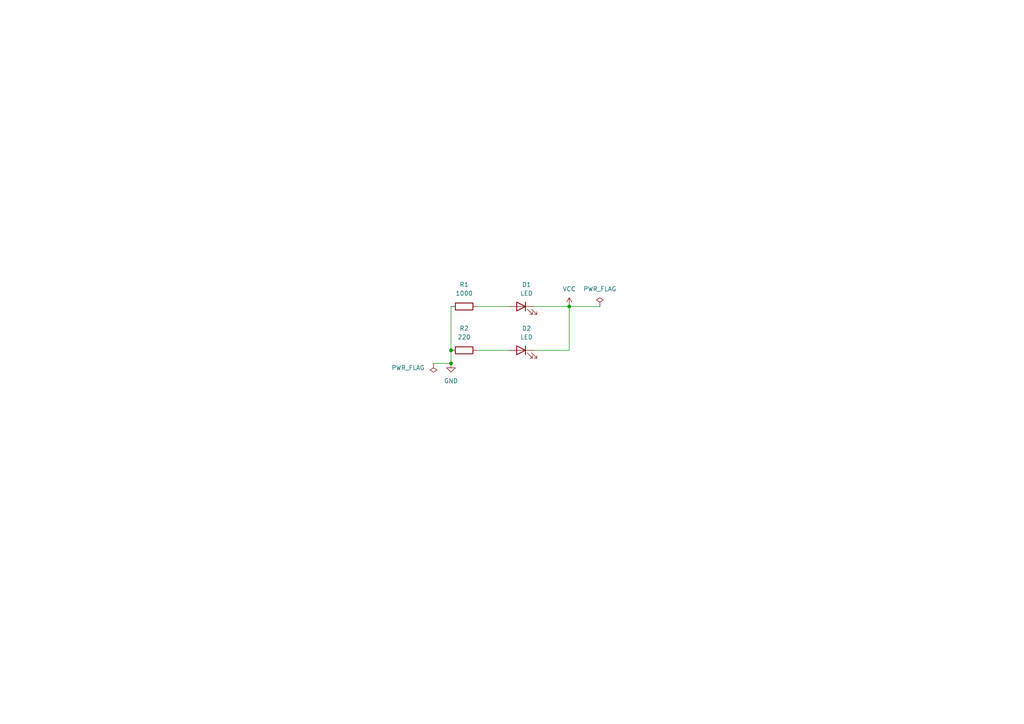
<source format=kicad_sch>
(kicad_sch (version 20211123) (generator eeschema)
  (paper "A4")
  (lib_symbols
    (symbol "Device:LED" (pin_numbers hide) (pin_names (offset 1.016) hide)
      (property "Reference" "D" (at 0 2.54 0))
      (property "Value" "LED" (at 0 -2.54 0))
      (symbol "LED_0_1"
        (polyline (pts (xy -1.27 -1.27) (xy -1.27 1.27)) (stroke (width 0.254)))
        (polyline (pts (xy -1.27 0) (xy 1.27 0)))
        (polyline (pts (xy 1.27 -1.27) (xy 1.27 1.27) (xy -1.27 0) (xy 1.27 -1.27)) (stroke (width 0.254)))
        (polyline (pts (xy -3.048 -0.762) (xy -4.572 -2.286) (xy -3.81 -2.286) (xy -4.572 -2.286) (xy -4.572 -1.524)))
        (polyline (pts (xy -1.778 -0.762) (xy -3.302 -2.286) (xy -2.54 -2.286) (xy -3.302 -2.286) (xy -3.302 -1.524)))
      )
      (symbol "LED_1_1"
        (pin passive line (at -3.81 0 0) (length 2.54) (name "K") (number "1"))
        (pin passive line (at 3.81 0 180) (length 2.54) (name "A") (number "2"))
      )
    )
    (symbol "Device:R" (pin_numbers hide) (pin_names (offset 0))
      (property "Reference" "R" (at 2.032 0 90))
      (property "Value" "R" (at 0 0 90))
      (symbol "R_0_1"
        (rectangle (start -1.016 -2.54) (end 1.016 2.54) (stroke (width 0.254)))
      )
      (symbol "R_1_1"
        (pin passive line (at 0 3.81 270) (length 1.27) (name "~") (number "1"))
        (pin passive line (at 0 -3.81 90) (length 1.27) (name "~") (number "2"))
      )
    )
    (symbol "power:GND" (power) (pin_names (offset 0))
      (property "Value" "GND" (at 0 -3.81 0))
      (symbol "GND_0_1"
        (polyline (pts (xy 0 0) (xy 0 -1.27) (xy 1.27 -1.27) (xy 0 -2.54) (xy -1.27 -1.27) (xy 0 -1.27)))
      )
      (symbol "GND_1_1"
        (pin power_in line (at 0 0 270) (length 0) hide (name "GND") (number "1"))
      )
    )
    (symbol "power:PWR_FLAG" (power) (pin_numbers hide) (pin_names (offset 0) hide)
      (property "Value" "PWR_FLAG" (at 0 3.81 0))
      (symbol "PWR_FLAG_0_0"
        (pin power_out line (at 0 0 90) (length 0) (name "pwr") (number "1"))
      )
      (symbol "PWR_FLAG_0_1"
        (polyline (pts (xy 0 0) (xy 0 1.27) (xy -1.016 1.905) (xy 0 2.54) (xy 1.016 1.905) (xy 0 1.27)))
      )
    )
    (symbol "power:VCC" (power) (pin_names (offset 0))
      (property "Value" "VCC" (at 0 3.81 0))
      (symbol "VCC_0_1"
        (polyline (pts (xy -0.762 1.27) (xy 0 2.54)))
        (polyline (pts (xy 0 0) (xy 0 2.54)))
        (polyline (pts (xy 0 2.54) (xy 0.762 1.27)))
      )
      (symbol "VCC_1_1"
        (pin power_in line (at 0 0 90) (length 0) hide (name "VCC") (number "1"))
      )
    )
  )
  (junction (at 130.81 101.6))
  (junction (at 165.1 88.9))
  (junction (at 130.81 105.41))
  (wire (pts (xy 138.43 101.6) (xy 147.32 101.6)))
  (wire (pts (xy 130.81 101.6) (xy 130.81 105.41)))
  (wire (pts (xy 147.32 88.9) (xy 138.43 88.9)))
  (wire (pts (xy 165.1 101.6) (xy 154.94 101.6)))
  (wire (pts (xy 154.94 88.9) (xy 165.1 88.9)))
  (wire (pts (xy 130.81 88.9) (xy 130.81 101.6)))
  (wire (pts (xy 165.1 88.9) (xy 173.99 88.9)))
  (wire (pts (xy 165.1 88.9) (xy 165.1 101.6)))
  (wire (pts (xy 125.73 105.41) (xy 130.81 105.41)))
  (symbol (lib_id "power:GND") (at 130.81 105.41 0) (unit 1)
    (property "Reference" "#PWR0102" (effects hide))
    (property "Value" "GND" (at 130.81 110.49 0))
  )
  (symbol (lib_id "power:PWR_FLAG") (at 173.99 88.9 0) (unit 1)
    (property "Reference" "#FLG02" (effects hide))
    (property "Value" "PWR_FLAG" (at 173.99 83.82 0))
  )
  (symbol (lib_id "Device:R") (at 134.62 88.9 90) (unit 1)
    (property "Reference" "R1" (at 134.62 82.55 90))
    (property "Value" "1000" (at 134.62 85.09 90))
    (property "Footprint" "Resistor_THT:R_Axial_DIN0207_L6.3mm_D2.5mm_P10.16mm_Horizontal" (effects hide))
  )
  (symbol (lib_id "Device:R") (at 134.62 101.6 90) (unit 1)
    (property "Reference" "R2" (at 134.62 95.25 90))
    (property "Value" "220" (at 134.62 97.79 90))
    (property "Footprint" "Resistor_SMD:R_0805_2012Metric_Pad1.20x1.40mm_HandSolder" (effects hide))
  )
  (symbol (lib_id "power:PWR_FLAG") (at 125.73 105.41 0) (mirror x) (unit 1)
    (property "Reference" "#FLG01" (effects hide))
    (property "Value" "PWR_FLAG" (at 123.19 106.6799 0) (effects (justify right)))
  )
  (symbol (lib_id "power:VCC") (at 165.1 88.9 0) (unit 1)
    (property "Reference" "#PWR0101" (effects hide))
    (property "Value" "VCC" (at 165.1 83.82 0))
  )
  (symbol (lib_id "Device:LED") (at 151.13 88.9 0) (mirror y) (unit 1)
    (property "Reference" "D1" (at 152.7175 82.55 0))
    (property "Value" "LED" (at 152.7175 85.09 0))
    (property "Footprint" "LED_THT:LED_D5.0mm" (effects hide))
  )
  (symbol (lib_id "Device:LED") (at 151.13 101.6 0) (mirror y) (unit 1)
    (property "Reference" "D2" (at 152.7175 95.25 0))
    (property "Value" "LED" (at 152.7175 97.79 0))
    (property "Footprint" "LED_THT:LED_D5.0mm" (effects hide))
  )
)
</source>
